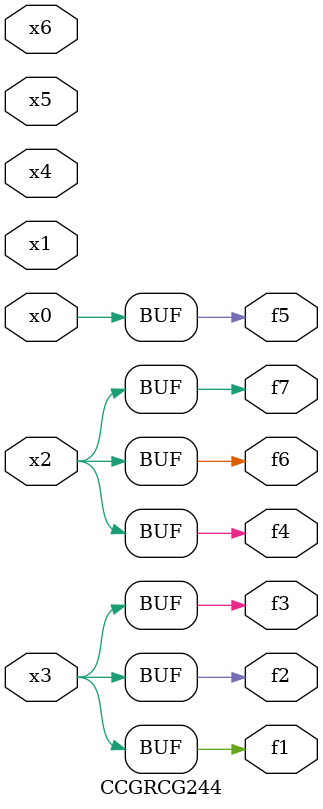
<source format=v>
module CCGRCG244(
	input x0, x1, x2, x3, x4, x5, x6,
	output f1, f2, f3, f4, f5, f6, f7
);
	assign f1 = x3;
	assign f2 = x3;
	assign f3 = x3;
	assign f4 = x2;
	assign f5 = x0;
	assign f6 = x2;
	assign f7 = x2;
endmodule

</source>
